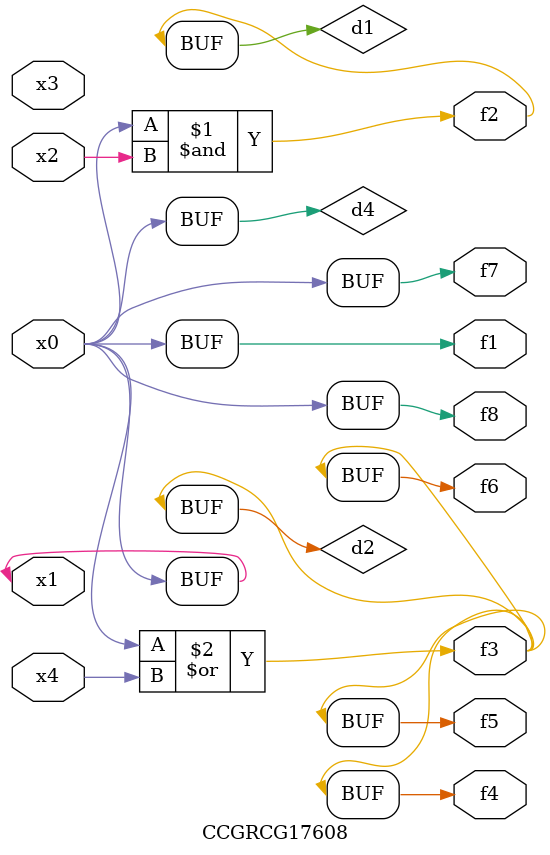
<source format=v>
module CCGRCG17608(
	input x0, x1, x2, x3, x4,
	output f1, f2, f3, f4, f5, f6, f7, f8
);

	wire d1, d2, d3, d4;

	and (d1, x0, x2);
	or (d2, x0, x4);
	nand (d3, x0, x2);
	buf (d4, x0, x1);
	assign f1 = d4;
	assign f2 = d1;
	assign f3 = d2;
	assign f4 = d2;
	assign f5 = d2;
	assign f6 = d2;
	assign f7 = d4;
	assign f8 = d4;
endmodule

</source>
